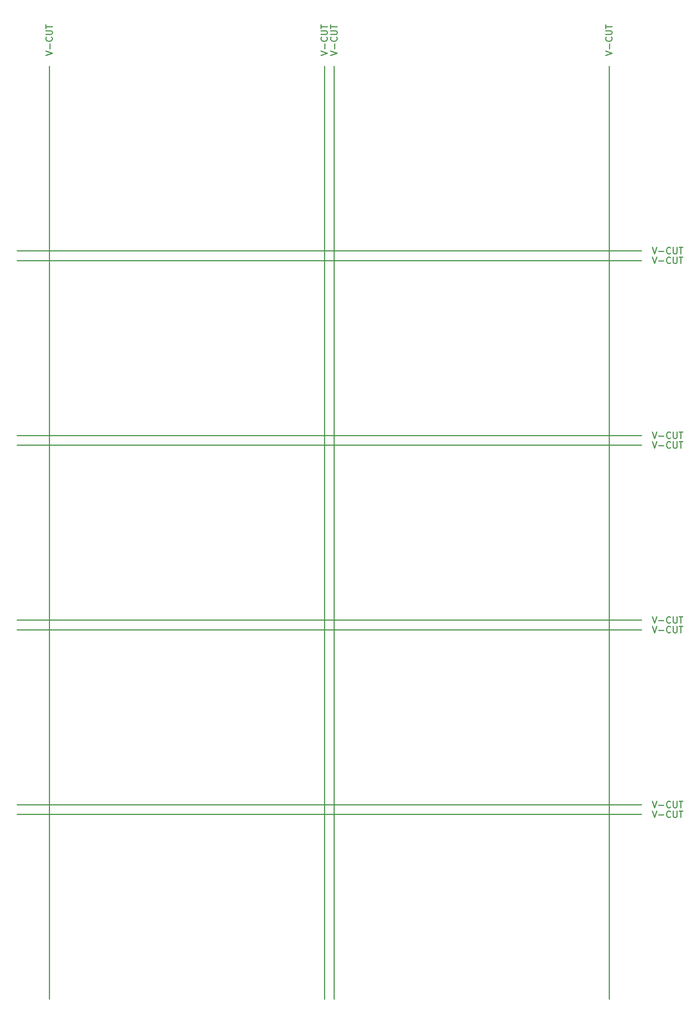
<source format=gbr>
%TF.GenerationSoftware,KiCad,Pcbnew,8.0.5+dfsg-1*%
%TF.CreationDate,2024-09-24T14:54:02+01:00*%
%TF.ProjectId,business card-generic-panel,62757369-6e65-4737-9320-636172642d67,rev?*%
%TF.SameCoordinates,Original*%
%TF.FileFunction,Other,Comment*%
%FSLAX46Y46*%
G04 Gerber Fmt 4.6, Leading zero omitted, Abs format (unit mm)*
G04 Created by KiCad (PCBNEW 8.0.5+dfsg-1) date 2024-09-24 14:54:02*
%MOMM*%
%LPD*%
G01*
G04 APERTURE LIST*
%ADD10C,0.300000*%
G04 APERTURE END LIST*
D10*
X150004000Y-17000000D02*
X150004000Y-306000000D01*
X51767000Y-248800000D02*
X245233000Y-248800000D01*
X51767000Y-188600000D02*
X245233000Y-188600000D01*
X51767000Y-245800000D02*
X245233000Y-245800000D01*
X147004000Y-17000000D02*
X147004000Y-306000000D01*
X51767000Y-134400000D02*
X245233000Y-134400000D01*
X51767000Y-74200000D02*
X245233000Y-74200000D01*
X51767000Y-77200000D02*
X245233000Y-77200000D01*
X235234000Y-17000000D02*
X235234000Y-306000000D01*
X61764000Y-17000000D02*
X61764000Y-306000000D01*
X51767000Y-191600000D02*
X245233000Y-191600000D01*
X51767000Y-131400000D02*
X245233000Y-131400000D01*
X248620844Y-190509638D02*
X249287510Y-192509638D01*
X249287510Y-192509638D02*
X249954177Y-190509638D01*
X250620844Y-191747733D02*
X252144654Y-191747733D01*
X254239891Y-192319161D02*
X254144653Y-192414400D01*
X254144653Y-192414400D02*
X253858939Y-192509638D01*
X253858939Y-192509638D02*
X253668463Y-192509638D01*
X253668463Y-192509638D02*
X253382748Y-192414400D01*
X253382748Y-192414400D02*
X253192272Y-192223923D01*
X253192272Y-192223923D02*
X253097034Y-192033447D01*
X253097034Y-192033447D02*
X253001796Y-191652495D01*
X253001796Y-191652495D02*
X253001796Y-191366780D01*
X253001796Y-191366780D02*
X253097034Y-190985828D01*
X253097034Y-190985828D02*
X253192272Y-190795352D01*
X253192272Y-190795352D02*
X253382748Y-190604876D01*
X253382748Y-190604876D02*
X253668463Y-190509638D01*
X253668463Y-190509638D02*
X253858939Y-190509638D01*
X253858939Y-190509638D02*
X254144653Y-190604876D01*
X254144653Y-190604876D02*
X254239891Y-190700114D01*
X255097034Y-190509638D02*
X255097034Y-192128685D01*
X255097034Y-192128685D02*
X255192272Y-192319161D01*
X255192272Y-192319161D02*
X255287510Y-192414400D01*
X255287510Y-192414400D02*
X255477986Y-192509638D01*
X255477986Y-192509638D02*
X255858939Y-192509638D01*
X255858939Y-192509638D02*
X256049415Y-192414400D01*
X256049415Y-192414400D02*
X256144653Y-192319161D01*
X256144653Y-192319161D02*
X256239891Y-192128685D01*
X256239891Y-192128685D02*
X256239891Y-190509638D01*
X256906558Y-190509638D02*
X258049415Y-190509638D01*
X257477986Y-192509638D02*
X257477986Y-190509638D01*
X248620844Y-76109638D02*
X249287510Y-78109638D01*
X249287510Y-78109638D02*
X249954177Y-76109638D01*
X250620844Y-77347733D02*
X252144654Y-77347733D01*
X254239891Y-77919161D02*
X254144653Y-78014400D01*
X254144653Y-78014400D02*
X253858939Y-78109638D01*
X253858939Y-78109638D02*
X253668463Y-78109638D01*
X253668463Y-78109638D02*
X253382748Y-78014400D01*
X253382748Y-78014400D02*
X253192272Y-77823923D01*
X253192272Y-77823923D02*
X253097034Y-77633447D01*
X253097034Y-77633447D02*
X253001796Y-77252495D01*
X253001796Y-77252495D02*
X253001796Y-76966780D01*
X253001796Y-76966780D02*
X253097034Y-76585828D01*
X253097034Y-76585828D02*
X253192272Y-76395352D01*
X253192272Y-76395352D02*
X253382748Y-76204876D01*
X253382748Y-76204876D02*
X253668463Y-76109638D01*
X253668463Y-76109638D02*
X253858939Y-76109638D01*
X253858939Y-76109638D02*
X254144653Y-76204876D01*
X254144653Y-76204876D02*
X254239891Y-76300114D01*
X255097034Y-76109638D02*
X255097034Y-77728685D01*
X255097034Y-77728685D02*
X255192272Y-77919161D01*
X255192272Y-77919161D02*
X255287510Y-78014400D01*
X255287510Y-78014400D02*
X255477986Y-78109638D01*
X255477986Y-78109638D02*
X255858939Y-78109638D01*
X255858939Y-78109638D02*
X256049415Y-78014400D01*
X256049415Y-78014400D02*
X256144653Y-77919161D01*
X256144653Y-77919161D02*
X256239891Y-77728685D01*
X256239891Y-77728685D02*
X256239891Y-76109638D01*
X256906558Y-76109638D02*
X258049415Y-76109638D01*
X257477986Y-78109638D02*
X257477986Y-76109638D01*
X248620844Y-130309638D02*
X249287510Y-132309638D01*
X249287510Y-132309638D02*
X249954177Y-130309638D01*
X250620844Y-131547733D02*
X252144654Y-131547733D01*
X254239891Y-132119161D02*
X254144653Y-132214400D01*
X254144653Y-132214400D02*
X253858939Y-132309638D01*
X253858939Y-132309638D02*
X253668463Y-132309638D01*
X253668463Y-132309638D02*
X253382748Y-132214400D01*
X253382748Y-132214400D02*
X253192272Y-132023923D01*
X253192272Y-132023923D02*
X253097034Y-131833447D01*
X253097034Y-131833447D02*
X253001796Y-131452495D01*
X253001796Y-131452495D02*
X253001796Y-131166780D01*
X253001796Y-131166780D02*
X253097034Y-130785828D01*
X253097034Y-130785828D02*
X253192272Y-130595352D01*
X253192272Y-130595352D02*
X253382748Y-130404876D01*
X253382748Y-130404876D02*
X253668463Y-130309638D01*
X253668463Y-130309638D02*
X253858939Y-130309638D01*
X253858939Y-130309638D02*
X254144653Y-130404876D01*
X254144653Y-130404876D02*
X254239891Y-130500114D01*
X255097034Y-130309638D02*
X255097034Y-131928685D01*
X255097034Y-131928685D02*
X255192272Y-132119161D01*
X255192272Y-132119161D02*
X255287510Y-132214400D01*
X255287510Y-132214400D02*
X255477986Y-132309638D01*
X255477986Y-132309638D02*
X255858939Y-132309638D01*
X255858939Y-132309638D02*
X256049415Y-132214400D01*
X256049415Y-132214400D02*
X256144653Y-132119161D01*
X256144653Y-132119161D02*
X256239891Y-131928685D01*
X256239891Y-131928685D02*
X256239891Y-130309638D01*
X256906558Y-130309638D02*
X258049415Y-130309638D01*
X257477986Y-132309638D02*
X257477986Y-130309638D01*
X145913638Y-13612155D02*
X147913638Y-12945489D01*
X147913638Y-12945489D02*
X145913638Y-12278822D01*
X147151733Y-11612155D02*
X147151733Y-10088346D01*
X147723161Y-7993108D02*
X147818400Y-8088346D01*
X147818400Y-8088346D02*
X147913638Y-8374060D01*
X147913638Y-8374060D02*
X147913638Y-8564536D01*
X147913638Y-8564536D02*
X147818400Y-8850251D01*
X147818400Y-8850251D02*
X147627923Y-9040727D01*
X147627923Y-9040727D02*
X147437447Y-9135965D01*
X147437447Y-9135965D02*
X147056495Y-9231203D01*
X147056495Y-9231203D02*
X146770780Y-9231203D01*
X146770780Y-9231203D02*
X146389828Y-9135965D01*
X146389828Y-9135965D02*
X146199352Y-9040727D01*
X146199352Y-9040727D02*
X146008876Y-8850251D01*
X146008876Y-8850251D02*
X145913638Y-8564536D01*
X145913638Y-8564536D02*
X145913638Y-8374060D01*
X145913638Y-8374060D02*
X146008876Y-8088346D01*
X146008876Y-8088346D02*
X146104114Y-7993108D01*
X145913638Y-7135965D02*
X147532685Y-7135965D01*
X147532685Y-7135965D02*
X147723161Y-7040727D01*
X147723161Y-7040727D02*
X147818400Y-6945489D01*
X147818400Y-6945489D02*
X147913638Y-6755013D01*
X147913638Y-6755013D02*
X147913638Y-6374060D01*
X147913638Y-6374060D02*
X147818400Y-6183584D01*
X147818400Y-6183584D02*
X147723161Y-6088346D01*
X147723161Y-6088346D02*
X147532685Y-5993108D01*
X147532685Y-5993108D02*
X145913638Y-5993108D01*
X145913638Y-5326441D02*
X145913638Y-4183584D01*
X147913638Y-4755013D02*
X145913638Y-4755013D01*
X234143638Y-13612155D02*
X236143638Y-12945489D01*
X236143638Y-12945489D02*
X234143638Y-12278822D01*
X235381733Y-11612155D02*
X235381733Y-10088346D01*
X235953161Y-7993108D02*
X236048400Y-8088346D01*
X236048400Y-8088346D02*
X236143638Y-8374060D01*
X236143638Y-8374060D02*
X236143638Y-8564536D01*
X236143638Y-8564536D02*
X236048400Y-8850251D01*
X236048400Y-8850251D02*
X235857923Y-9040727D01*
X235857923Y-9040727D02*
X235667447Y-9135965D01*
X235667447Y-9135965D02*
X235286495Y-9231203D01*
X235286495Y-9231203D02*
X235000780Y-9231203D01*
X235000780Y-9231203D02*
X234619828Y-9135965D01*
X234619828Y-9135965D02*
X234429352Y-9040727D01*
X234429352Y-9040727D02*
X234238876Y-8850251D01*
X234238876Y-8850251D02*
X234143638Y-8564536D01*
X234143638Y-8564536D02*
X234143638Y-8374060D01*
X234143638Y-8374060D02*
X234238876Y-8088346D01*
X234238876Y-8088346D02*
X234334114Y-7993108D01*
X234143638Y-7135965D02*
X235762685Y-7135965D01*
X235762685Y-7135965D02*
X235953161Y-7040727D01*
X235953161Y-7040727D02*
X236048400Y-6945489D01*
X236048400Y-6945489D02*
X236143638Y-6755013D01*
X236143638Y-6755013D02*
X236143638Y-6374060D01*
X236143638Y-6374060D02*
X236048400Y-6183584D01*
X236048400Y-6183584D02*
X235953161Y-6088346D01*
X235953161Y-6088346D02*
X235762685Y-5993108D01*
X235762685Y-5993108D02*
X234143638Y-5993108D01*
X234143638Y-5326441D02*
X234143638Y-4183584D01*
X236143638Y-4755013D02*
X234143638Y-4755013D01*
X248620844Y-133309638D02*
X249287510Y-135309638D01*
X249287510Y-135309638D02*
X249954177Y-133309638D01*
X250620844Y-134547733D02*
X252144654Y-134547733D01*
X254239891Y-135119161D02*
X254144653Y-135214400D01*
X254144653Y-135214400D02*
X253858939Y-135309638D01*
X253858939Y-135309638D02*
X253668463Y-135309638D01*
X253668463Y-135309638D02*
X253382748Y-135214400D01*
X253382748Y-135214400D02*
X253192272Y-135023923D01*
X253192272Y-135023923D02*
X253097034Y-134833447D01*
X253097034Y-134833447D02*
X253001796Y-134452495D01*
X253001796Y-134452495D02*
X253001796Y-134166780D01*
X253001796Y-134166780D02*
X253097034Y-133785828D01*
X253097034Y-133785828D02*
X253192272Y-133595352D01*
X253192272Y-133595352D02*
X253382748Y-133404876D01*
X253382748Y-133404876D02*
X253668463Y-133309638D01*
X253668463Y-133309638D02*
X253858939Y-133309638D01*
X253858939Y-133309638D02*
X254144653Y-133404876D01*
X254144653Y-133404876D02*
X254239891Y-133500114D01*
X255097034Y-133309638D02*
X255097034Y-134928685D01*
X255097034Y-134928685D02*
X255192272Y-135119161D01*
X255192272Y-135119161D02*
X255287510Y-135214400D01*
X255287510Y-135214400D02*
X255477986Y-135309638D01*
X255477986Y-135309638D02*
X255858939Y-135309638D01*
X255858939Y-135309638D02*
X256049415Y-135214400D01*
X256049415Y-135214400D02*
X256144653Y-135119161D01*
X256144653Y-135119161D02*
X256239891Y-134928685D01*
X256239891Y-134928685D02*
X256239891Y-133309638D01*
X256906558Y-133309638D02*
X258049415Y-133309638D01*
X257477986Y-135309638D02*
X257477986Y-133309638D01*
X248620844Y-244709638D02*
X249287510Y-246709638D01*
X249287510Y-246709638D02*
X249954177Y-244709638D01*
X250620844Y-245947733D02*
X252144654Y-245947733D01*
X254239891Y-246519161D02*
X254144653Y-246614400D01*
X254144653Y-246614400D02*
X253858939Y-246709638D01*
X253858939Y-246709638D02*
X253668463Y-246709638D01*
X253668463Y-246709638D02*
X253382748Y-246614400D01*
X253382748Y-246614400D02*
X253192272Y-246423923D01*
X253192272Y-246423923D02*
X253097034Y-246233447D01*
X253097034Y-246233447D02*
X253001796Y-245852495D01*
X253001796Y-245852495D02*
X253001796Y-245566780D01*
X253001796Y-245566780D02*
X253097034Y-245185828D01*
X253097034Y-245185828D02*
X253192272Y-244995352D01*
X253192272Y-244995352D02*
X253382748Y-244804876D01*
X253382748Y-244804876D02*
X253668463Y-244709638D01*
X253668463Y-244709638D02*
X253858939Y-244709638D01*
X253858939Y-244709638D02*
X254144653Y-244804876D01*
X254144653Y-244804876D02*
X254239891Y-244900114D01*
X255097034Y-244709638D02*
X255097034Y-246328685D01*
X255097034Y-246328685D02*
X255192272Y-246519161D01*
X255192272Y-246519161D02*
X255287510Y-246614400D01*
X255287510Y-246614400D02*
X255477986Y-246709638D01*
X255477986Y-246709638D02*
X255858939Y-246709638D01*
X255858939Y-246709638D02*
X256049415Y-246614400D01*
X256049415Y-246614400D02*
X256144653Y-246519161D01*
X256144653Y-246519161D02*
X256239891Y-246328685D01*
X256239891Y-246328685D02*
X256239891Y-244709638D01*
X256906558Y-244709638D02*
X258049415Y-244709638D01*
X257477986Y-246709638D02*
X257477986Y-244709638D01*
X248620844Y-73109638D02*
X249287510Y-75109638D01*
X249287510Y-75109638D02*
X249954177Y-73109638D01*
X250620844Y-74347733D02*
X252144654Y-74347733D01*
X254239891Y-74919161D02*
X254144653Y-75014400D01*
X254144653Y-75014400D02*
X253858939Y-75109638D01*
X253858939Y-75109638D02*
X253668463Y-75109638D01*
X253668463Y-75109638D02*
X253382748Y-75014400D01*
X253382748Y-75014400D02*
X253192272Y-74823923D01*
X253192272Y-74823923D02*
X253097034Y-74633447D01*
X253097034Y-74633447D02*
X253001796Y-74252495D01*
X253001796Y-74252495D02*
X253001796Y-73966780D01*
X253001796Y-73966780D02*
X253097034Y-73585828D01*
X253097034Y-73585828D02*
X253192272Y-73395352D01*
X253192272Y-73395352D02*
X253382748Y-73204876D01*
X253382748Y-73204876D02*
X253668463Y-73109638D01*
X253668463Y-73109638D02*
X253858939Y-73109638D01*
X253858939Y-73109638D02*
X254144653Y-73204876D01*
X254144653Y-73204876D02*
X254239891Y-73300114D01*
X255097034Y-73109638D02*
X255097034Y-74728685D01*
X255097034Y-74728685D02*
X255192272Y-74919161D01*
X255192272Y-74919161D02*
X255287510Y-75014400D01*
X255287510Y-75014400D02*
X255477986Y-75109638D01*
X255477986Y-75109638D02*
X255858939Y-75109638D01*
X255858939Y-75109638D02*
X256049415Y-75014400D01*
X256049415Y-75014400D02*
X256144653Y-74919161D01*
X256144653Y-74919161D02*
X256239891Y-74728685D01*
X256239891Y-74728685D02*
X256239891Y-73109638D01*
X256906558Y-73109638D02*
X258049415Y-73109638D01*
X257477986Y-75109638D02*
X257477986Y-73109638D01*
X60673638Y-13612155D02*
X62673638Y-12945489D01*
X62673638Y-12945489D02*
X60673638Y-12278822D01*
X61911733Y-11612155D02*
X61911733Y-10088346D01*
X62483161Y-7993108D02*
X62578400Y-8088346D01*
X62578400Y-8088346D02*
X62673638Y-8374060D01*
X62673638Y-8374060D02*
X62673638Y-8564536D01*
X62673638Y-8564536D02*
X62578400Y-8850251D01*
X62578400Y-8850251D02*
X62387923Y-9040727D01*
X62387923Y-9040727D02*
X62197447Y-9135965D01*
X62197447Y-9135965D02*
X61816495Y-9231203D01*
X61816495Y-9231203D02*
X61530780Y-9231203D01*
X61530780Y-9231203D02*
X61149828Y-9135965D01*
X61149828Y-9135965D02*
X60959352Y-9040727D01*
X60959352Y-9040727D02*
X60768876Y-8850251D01*
X60768876Y-8850251D02*
X60673638Y-8564536D01*
X60673638Y-8564536D02*
X60673638Y-8374060D01*
X60673638Y-8374060D02*
X60768876Y-8088346D01*
X60768876Y-8088346D02*
X60864114Y-7993108D01*
X60673638Y-7135965D02*
X62292685Y-7135965D01*
X62292685Y-7135965D02*
X62483161Y-7040727D01*
X62483161Y-7040727D02*
X62578400Y-6945489D01*
X62578400Y-6945489D02*
X62673638Y-6755013D01*
X62673638Y-6755013D02*
X62673638Y-6374060D01*
X62673638Y-6374060D02*
X62578400Y-6183584D01*
X62578400Y-6183584D02*
X62483161Y-6088346D01*
X62483161Y-6088346D02*
X62292685Y-5993108D01*
X62292685Y-5993108D02*
X60673638Y-5993108D01*
X60673638Y-5326441D02*
X60673638Y-4183584D01*
X62673638Y-4755013D02*
X60673638Y-4755013D01*
X248620844Y-247709638D02*
X249287510Y-249709638D01*
X249287510Y-249709638D02*
X249954177Y-247709638D01*
X250620844Y-248947733D02*
X252144654Y-248947733D01*
X254239891Y-249519161D02*
X254144653Y-249614400D01*
X254144653Y-249614400D02*
X253858939Y-249709638D01*
X253858939Y-249709638D02*
X253668463Y-249709638D01*
X253668463Y-249709638D02*
X253382748Y-249614400D01*
X253382748Y-249614400D02*
X253192272Y-249423923D01*
X253192272Y-249423923D02*
X253097034Y-249233447D01*
X253097034Y-249233447D02*
X253001796Y-248852495D01*
X253001796Y-248852495D02*
X253001796Y-248566780D01*
X253001796Y-248566780D02*
X253097034Y-248185828D01*
X253097034Y-248185828D02*
X253192272Y-247995352D01*
X253192272Y-247995352D02*
X253382748Y-247804876D01*
X253382748Y-247804876D02*
X253668463Y-247709638D01*
X253668463Y-247709638D02*
X253858939Y-247709638D01*
X253858939Y-247709638D02*
X254144653Y-247804876D01*
X254144653Y-247804876D02*
X254239891Y-247900114D01*
X255097034Y-247709638D02*
X255097034Y-249328685D01*
X255097034Y-249328685D02*
X255192272Y-249519161D01*
X255192272Y-249519161D02*
X255287510Y-249614400D01*
X255287510Y-249614400D02*
X255477986Y-249709638D01*
X255477986Y-249709638D02*
X255858939Y-249709638D01*
X255858939Y-249709638D02*
X256049415Y-249614400D01*
X256049415Y-249614400D02*
X256144653Y-249519161D01*
X256144653Y-249519161D02*
X256239891Y-249328685D01*
X256239891Y-249328685D02*
X256239891Y-247709638D01*
X256906558Y-247709638D02*
X258049415Y-247709638D01*
X257477986Y-249709638D02*
X257477986Y-247709638D01*
X248620844Y-187509638D02*
X249287510Y-189509638D01*
X249287510Y-189509638D02*
X249954177Y-187509638D01*
X250620844Y-188747733D02*
X252144654Y-188747733D01*
X254239891Y-189319161D02*
X254144653Y-189414400D01*
X254144653Y-189414400D02*
X253858939Y-189509638D01*
X253858939Y-189509638D02*
X253668463Y-189509638D01*
X253668463Y-189509638D02*
X253382748Y-189414400D01*
X253382748Y-189414400D02*
X253192272Y-189223923D01*
X253192272Y-189223923D02*
X253097034Y-189033447D01*
X253097034Y-189033447D02*
X253001796Y-188652495D01*
X253001796Y-188652495D02*
X253001796Y-188366780D01*
X253001796Y-188366780D02*
X253097034Y-187985828D01*
X253097034Y-187985828D02*
X253192272Y-187795352D01*
X253192272Y-187795352D02*
X253382748Y-187604876D01*
X253382748Y-187604876D02*
X253668463Y-187509638D01*
X253668463Y-187509638D02*
X253858939Y-187509638D01*
X253858939Y-187509638D02*
X254144653Y-187604876D01*
X254144653Y-187604876D02*
X254239891Y-187700114D01*
X255097034Y-187509638D02*
X255097034Y-189128685D01*
X255097034Y-189128685D02*
X255192272Y-189319161D01*
X255192272Y-189319161D02*
X255287510Y-189414400D01*
X255287510Y-189414400D02*
X255477986Y-189509638D01*
X255477986Y-189509638D02*
X255858939Y-189509638D01*
X255858939Y-189509638D02*
X256049415Y-189414400D01*
X256049415Y-189414400D02*
X256144653Y-189319161D01*
X256144653Y-189319161D02*
X256239891Y-189128685D01*
X256239891Y-189128685D02*
X256239891Y-187509638D01*
X256906558Y-187509638D02*
X258049415Y-187509638D01*
X257477986Y-189509638D02*
X257477986Y-187509638D01*
X148913638Y-13612155D02*
X150913638Y-12945489D01*
X150913638Y-12945489D02*
X148913638Y-12278822D01*
X150151733Y-11612155D02*
X150151733Y-10088346D01*
X150723161Y-7993108D02*
X150818400Y-8088346D01*
X150818400Y-8088346D02*
X150913638Y-8374060D01*
X150913638Y-8374060D02*
X150913638Y-8564536D01*
X150913638Y-8564536D02*
X150818400Y-8850251D01*
X150818400Y-8850251D02*
X150627923Y-9040727D01*
X150627923Y-9040727D02*
X150437447Y-9135965D01*
X150437447Y-9135965D02*
X150056495Y-9231203D01*
X150056495Y-9231203D02*
X149770780Y-9231203D01*
X149770780Y-9231203D02*
X149389828Y-9135965D01*
X149389828Y-9135965D02*
X149199352Y-9040727D01*
X149199352Y-9040727D02*
X149008876Y-8850251D01*
X149008876Y-8850251D02*
X148913638Y-8564536D01*
X148913638Y-8564536D02*
X148913638Y-8374060D01*
X148913638Y-8374060D02*
X149008876Y-8088346D01*
X149008876Y-8088346D02*
X149104114Y-7993108D01*
X148913638Y-7135965D02*
X150532685Y-7135965D01*
X150532685Y-7135965D02*
X150723161Y-7040727D01*
X150723161Y-7040727D02*
X150818400Y-6945489D01*
X150818400Y-6945489D02*
X150913638Y-6755013D01*
X150913638Y-6755013D02*
X150913638Y-6374060D01*
X150913638Y-6374060D02*
X150818400Y-6183584D01*
X150818400Y-6183584D02*
X150723161Y-6088346D01*
X150723161Y-6088346D02*
X150532685Y-5993108D01*
X150532685Y-5993108D02*
X148913638Y-5993108D01*
X148913638Y-5326441D02*
X148913638Y-4183584D01*
X150913638Y-4755013D02*
X148913638Y-4755013D01*
M02*

</source>
